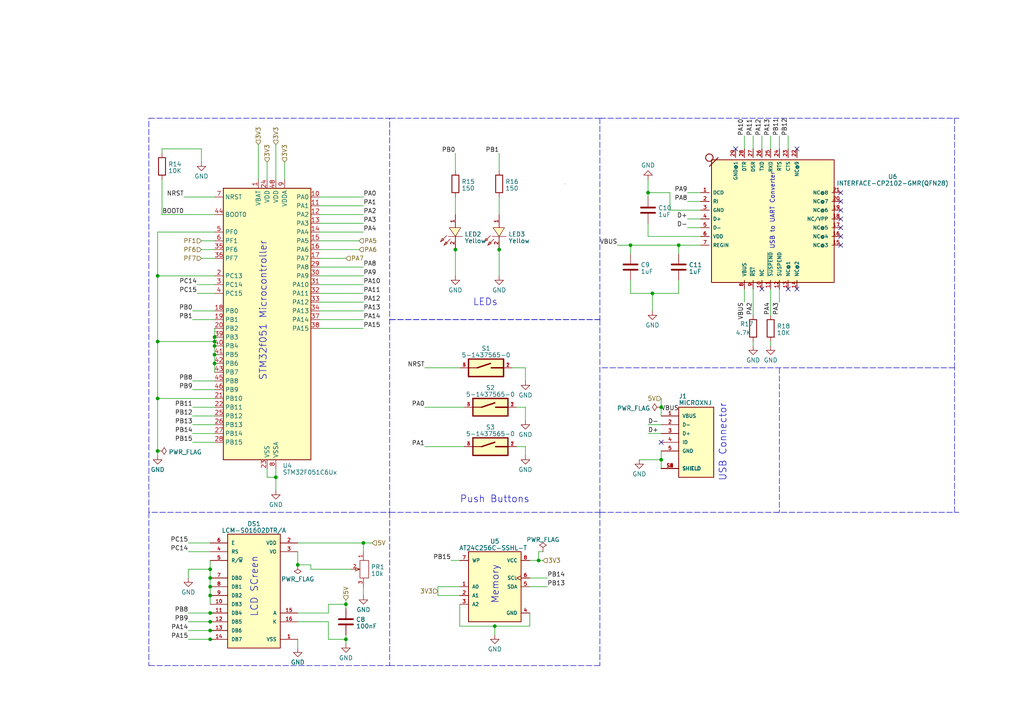
<source format=kicad_sch>
(kicad_sch (version 20230121) (generator eeschema)
  (paper "A4")
  (title_block (title "EEE3088F Microcontroller Subsystem ") (date "2023-03-18") (rev "V3") (company "University of Cape Town ") (comment 1 "Group 11") (comment 2 "Bulisani Ngwenya") (comment 3 "NGWBUL004"))
  (lib_symbols
    (symbol "17-21SUYC_TR8:17-21SUYC_TR8" (pin_names hide)
      (property "Reference" "LED" (at 0 1.27 0))
      (property "Value" "17-21SUYC_TR8" (at 0 -2.54 0))
      (symbol "17-21SUYC_TR8_0_1"
        (polyline (pts (xy -2.032 1.524) (xy -3.81 3.302)))
        (polyline (pts (xy -1.27 2.032) (xy -1.27 -2.032)))
        (polyline (pts (xy -1.016 2.54) (xy -2.794 4.318)))
        (polyline (pts (xy -3.81 3.302) (xy -2.794 2.794) (xy -3.302 2.286) (xy -3.81 3.302)) (fill (type background)))
        (polyline (pts (xy -2.794 4.318) (xy -1.778 3.81) (xy -2.286 3.302) (xy -2.794 4.318)) (fill (type background)))
        (polyline (pts (xy 1.27 -1.524) (xy -1.27 0) (xy 1.27 1.778) (xy 1.27 -1.524)) (fill (type background)))
        (pin unspecified line (at 5.08 0 180) (length 3.81) (name "+") (number "1"))
        (pin unspecified line (at -5.08 0 0) (length 3.81) (name "-") (number "2"))
      )
    )
    (symbol "3362X-1-103LF:3362X-1-103LF" (pin_names hide)
      (property "Reference" "PR" (at 0 1.27 0))
      (property "Value" "3362X-1-103LF" (at 0 -2.54 0))
      (symbol "3362X-1-103LF_0_1"
        (polyline (pts (xy -0.254 0) (xy -1.524 0)))
        (polyline (pts (xy 0.254 0) (xy -1.016 -0.508) (xy -1.016 0.508) (xy 0.254 0)) (fill (type background)))
        (polyline (pts (xy 0.254 -2.54) (xy 0.254 2.54) (xy 2.794 2.54) (xy 2.794 -2.54) (xy 0.254 -2.54)))
        (pin input line (at 1.27 5.08 270) (length 2.54) (name "1") (number "1"))
        (pin input line (at -2.54 0 0) (length 2.54) (name "2") (number "2"))
        (pin input line (at 1.27 -5.08 90) (length 2.54) (name "3") (number "3"))
      )
    )
    (symbol "5-1437565-0:5-1437565-0" (pin_names (offset 1.016))
      (property "Reference" "S" (at -5.0846 3.305 0))
      (property "Value" "5-1437565-0" (at -5.0815 -4.8275 0))
      (symbol "5-1437565-0_0_0"
        (rectangle (start -5.08 -2.54) (end 5.08 2.54) (stroke (width 0.4064)) (fill (type background)))
        (polyline (pts (xy -5.08 0) (xy -2.54 0)) (stroke (width 0.254)))
        (polyline (pts (xy -2.54 0) (xy 1.27 1.27)) (stroke (width 0.4064)))
        (polyline (pts (xy 1.524 0) (xy 5.08 0)) (stroke (width 0.4064)))
        (pin passive line (at 7.62 0 180) (length 2.54) (name "~") (number "1"))
        (pin passive line (at 7.62 0 180) (length 2.54) (name "~") (number "2"))
        (pin passive line (at -7.62 0 0) (length 2.54) (name "~") (number "3"))
        (pin passive line (at -7.62 0 0) (length 2.54) (name "~") (number "4"))
      )
    )
    (symbol "AT24C256C-SSHL-T:AT24C256C-SSHL-T" (pin_names (offset 1.016))
      (property "Reference" "U" (at -7.6427 10.1903 0))
      (property "Value" "AT24C256C-SSHL-T" (at -7.6309 -12.7181 0))
      (symbol "AT24C256C-SSHL-T_0_0"
        (rectangle (start -7.62 -10.16) (end 7.62 10.16) (stroke (width 0.254)) (fill (type background)))
        (pin input line (at -10.16 0 0) (length 2.54) (name "A0") (number "1"))
        (pin input line (at -10.16 -2.54 0) (length 2.54) (name "A1") (number "2"))
        (pin input line (at -10.16 -5.08 0) (length 2.54) (name "A2") (number "3"))
        (pin power_in line (at 10.16 -7.62 180) (length 2.54) (name "GND") (number "4"))
        (pin bidirectional line (at 10.16 0 180) (length 2.54) (name "SDA") (number "5"))
        (pin input clock (at 10.16 2.54 180) (length 2.54) (name "SCL") (number "6"))
        (pin input line (at -10.16 7.62 0) (length 2.54) (name "WP") (number "7"))
        (pin power_in line (at 10.16 7.62 180) (length 2.54) (name "VCC") (number "8"))
      )
    )
    (symbol "Device:C" (pin_numbers hide) (pin_names (offset 0.254))
      (property "Reference" "C" (at 0.635 2.54 0))
      (property "Value" "C" (at 0.635 -2.54 0))
      (symbol "C_0_1"
        (polyline (pts (xy -2.032 -0.762) (xy 2.032 -0.762)) (stroke (width 0.508)))
        (polyline (pts (xy -2.032 0.762) (xy 2.032 0.762)) (stroke (width 0.508)))
      )
      (symbol "C_1_1"
        (pin passive line (at 0 3.81 270) (length 2.794) (name "~") (number "1"))
        (pin passive line (at 0 -3.81 90) (length 2.794) (name "~") (number "2"))
      )
    )
    (symbol "Device:R" (pin_numbers hide) (pin_names (offset 0))
      (property "Reference" "R" (at 2.032 0 90))
      (property "Value" "R" (at 0 0 90))
      (symbol "R_0_1"
        (rectangle (start -1.016 -2.54) (end 1.016 2.54) (stroke (width 0.254)))
      )
      (symbol "R_1_1"
        (pin passive line (at 0 3.81 270) (length 1.27) (name "~") (number "1"))
        (pin passive line (at 0 -3.81 90) (length 1.27) (name "~") (number "2"))
      )
    )
    (symbol "INTERFACE-CP2102-GMR_QFN28_:INTERFACE-CP2102-GMR(QFN28)" (pin_names (offset 1.016))
      (property "Reference" "U" (at -17.8087 20.3528 0))
      (property "Value" "INTERFACE-CP2102-GMR(QFN28)" (at -17.7978 -17.7978 0))
      (symbol "INTERFACE-CP2102-GMR(QFN28)_0_0"
        (circle (center -17.78 17.78) (radius 1.0776) (stroke (width 0.254)))
        (rectangle (start -17.145 -18.415) (end 18.415 17.145) (stroke (width 0.254)) (fill (type background)))
        (polyline (pts (xy -17.78 15.24) (xy -15.24 17.78)) (stroke (width 0.254)))
        (pin bidirectional line (at -20.32 7.62 0) (length 2.54) (name "DCD") (number "1"))
        (pin bidirectional line (at -2.54 -20.32 90) (length 2.54) (name "NC") (number "10"))
        (pin bidirectional line (at 0 -20.32 90) (length 2.54) (name "~{SUSPEND}") (number "11"))
        (pin bidirectional line (at 2.54 -20.32 90) (length 2.54) (name "SUSPEND") (number "12"))
        (pin bidirectional line (at 5.08 -20.32 90) (length 2.54) (name "NC@1") (number "13"))
        (pin bidirectional line (at 7.62 -20.32 90) (length 2.54) (name "NC@2") (number "14"))
        (pin bidirectional line (at 20.32 -7.62 180) (length 2.54) (name "NC@3") (number "15"))
        (pin bidirectional line (at 20.32 -5.08 180) (length 2.54) (name "NC@4") (number "16"))
        (pin bidirectional line (at 20.32 -2.54 180) (length 2.54) (name "NC@5") (number "17"))
        (pin bidirectional line (at 20.32 0 180) (length 2.54) (name "NC/VPP") (number "18"))
        (pin bidirectional line (at 20.32 2.54 180) (length 2.54) (name "NC@6") (number "19"))
        (pin bidirectional line (at -20.32 5.08 0) (length 2.54) (name "RI") (number "2"))
        (pin bidirectional line (at 20.32 5.08 180) (length 2.54) (name "NC@7") (number "20"))
        (pin bidirectional line (at 20.32 7.62 180) (length 2.54) (name "NC@8") (number "21"))
        (pin bidirectional line (at 7.62 20.32 270) (length 2.54) (name "NC@9") (number "22"))
        (pin bidirectional line (at 5.08 20.32 270) (length 2.54) (name "CTS") (number "23"))
        (pin bidirectional line (at 2.54 20.32 270) (length 2.54) (name "RTS") (number "24"))
        (pin bidirectional line (at 0 20.32 270) (length 2.54) (name "RXD") (number "25"))
        (pin bidirectional line (at -2.54 20.32 270) (length 2.54) (name "TXD") (number "26"))
        (pin bidirectional line (at -5.08 20.32 270) (length 2.54) (name "DSR") (number "27"))
        (pin bidirectional line (at -7.62 20.32 270) (length 2.54) (name "DTR") (number "28"))
        (pin bidirectional line (at -10.16 20.32 270) (length 2.54) (name "GND@1") (number "29"))
        (pin bidirectional line (at -20.32 2.54 0) (length 2.54) (name "GND") (number "3"))
        (pin bidirectional line (at -20.32 0 0) (length 2.54) (name "D+") (number "4"))
        (pin bidirectional line (at -20.32 -2.54 0) (length 2.54) (name "D-") (number "5"))
        (pin bidirectional line (at -20.32 -5.08 0) (length 2.54) (name "VDD") (number "6"))
        (pin bidirectional line (at -20.32 -7.62 0) (length 2.54) (name "REGIN") (number "7"))
        (pin bidirectional line (at -7.62 -20.32 90) (length 2.54) (name "VBUS") (number "8"))
        (pin bidirectional line (at -5.08 -20.32 90) (length 2.54) (name "~{RST}") (number "9"))
      )
    )
    (symbol "LCM-S01602DTR_A:LCM-S01602DTR{slash}A" (pin_names (offset 1.016))
      (property "Reference" "DS" (at -9.9178 18.3098 0))
      (property "Value" "LCM-S01602DTR{slash}A" (at -9.9147 -17.2871 0))
      (symbol "LCM-S01602DTR{slash}A_0_0"
        (rectangle (start -10.16 -15.24) (end 5.08 17.78) (stroke (width 0.254)) (fill (type background)))
        (pin power_in line (at 10.16 -12.7 180) (length 5.08) (name "VSS") (number "1"))
        (pin bidirectional line (at -15.24 -2.54 0) (length 5.08) (name "DB3") (number "10"))
        (pin bidirectional line (at -15.24 -5.08 0) (length 5.08) (name "DB4") (number "11"))
        (pin bidirectional line (at -15.24 -7.62 0) (length 5.08) (name "DB5") (number "12"))
        (pin bidirectional line (at -15.24 -10.16 0) (length 5.08) (name "DB6") (number "13"))
        (pin bidirectional line (at -15.24 -12.7 0) (length 5.08) (name "DB7") (number "14"))
        (pin passive line (at 10.16 -5.08 180) (length 5.08) (name "A") (number "15"))
        (pin passive line (at 10.16 -7.62 180) (length 5.08) (name "K") (number "16"))
        (pin power_in line (at 10.16 15.24 180) (length 5.08) (name "VDD") (number "2"))
        (pin power_in line (at 10.16 12.7 180) (length 5.08) (name "VO") (number "3"))
        (pin input line (at -15.24 12.7 0) (length 5.08) (name "RS") (number "4"))
        (pin input line (at -15.24 10.16 0) (length 5.08) (name "R/~{W}") (number "5"))
        (pin input line (at -15.24 15.24 0) (length 5.08) (name "E") (number "6"))
        (pin bidirectional line (at -15.24 5.08 0) (length 5.08) (name "DB0") (number "7"))
        (pin bidirectional line (at -15.24 2.54 0) (length 5.08) (name "DB1") (number "8"))
        (pin bidirectional line (at -15.24 0 0) (length 5.08) (name "DB2") (number "9"))
      )
    )
    (symbol "MCU_ST_STM32F0:STM32F051C6Ux"
      (property "Reference" "U" (at -12.7 41.91 0))
      (property "Value" "STM32F051C6Ux" (at 7.62 41.91 0))
      (symbol "STM32F051C6Ux_0_1"
        (rectangle (start -12.7 -38.1) (end 12.7 40.64) (stroke (width 0.254)) (fill (type background)))
      )
      (symbol "STM32F051C6Ux_1_1"
        (pin power_in line (at -2.54 43.18 270) (length 2.54) (name "VBAT") (number "1"))
        (pin bidirectional line (at 15.24 38.1 180) (length 2.54) (name "PA0") (number "10"))
        (pin bidirectional line (at 15.24 35.56 180) (length 2.54) (name "PA1") (number "11"))
        (pin bidirectional line (at 15.24 33.02 180) (length 2.54) (name "PA2") (number "12"))
        (pin bidirectional line (at 15.24 30.48 180) (length 2.54) (name "PA3") (number "13"))
        (pin bidirectional line (at 15.24 27.94 180) (length 2.54) (name "PA4") (number "14"))
        (pin bidirectional line (at 15.24 25.4 180) (length 2.54) (name "PA5") (number "15"))
        (pin bidirectional line (at 15.24 22.86 180) (length 2.54) (name "PA6") (number "16"))
        (pin bidirectional line (at 15.24 20.32 180) (length 2.54) (name "PA7") (number "17"))
        (pin bidirectional line (at -15.24 5.08 0) (length 2.54) (name "PB0") (number "18"))
        (pin bidirectional line (at -15.24 2.54 0) (length 2.54) (name "PB1") (number "19"))
        (pin bidirectional line (at -15.24 15.24 0) (length 2.54) (name "PC13") (number "2"))
        (pin bidirectional line (at -15.24 0 0) (length 2.54) (name "PB2") (number "20"))
        (pin bidirectional line (at -15.24 -20.32 0) (length 2.54) (name "PB10") (number "21"))
        (pin bidirectional line (at -15.24 -22.86 0) (length 2.54) (name "PB11") (number "22"))
        (pin power_in line (at 0 -40.64 90) (length 2.54) (name "VSS") (number "23"))
        (pin power_in line (at 0 43.18 270) (length 2.54) (name "VDD") (number "24"))
        (pin bidirectional line (at -15.24 -25.4 0) (length 2.54) (name "PB12") (number "25"))
        (pin bidirectional line (at -15.24 -27.94 0) (length 2.54) (name "PB13") (number "26"))
        (pin bidirectional line (at -15.24 -30.48 0) (length 2.54) (name "PB14") (number "27"))
        (pin bidirectional line (at -15.24 -33.02 0) (length 2.54) (name "PB15") (number "28"))
        (pin bidirectional line (at 15.24 17.78 180) (length 2.54) (name "PA8") (number "29"))
        (pin bidirectional line (at -15.24 12.7 0) (length 2.54) (name "PC14") (number "3"))
        (pin bidirectional line (at 15.24 15.24 180) (length 2.54) (name "PA9") (number "30"))
        (pin bidirectional line (at 15.24 12.7 180) (length 2.54) (name "PA10") (number "31"))
        (pin bidirectional line (at 15.24 10.16 180) (length 2.54) (name "PA11") (number "32"))
        (pin bidirectional line (at 15.24 7.62 180) (length 2.54) (name "PA12") (number "33"))
        (pin bidirectional line (at 15.24 5.08 180) (length 2.54) (name "PA13") (number "34"))
        (pin bidirectional line (at -15.24 22.86 0) (length 2.54) (name "PF6") (number "35"))
        (pin bidirectional line (at -15.24 20.32 0) (length 2.54) (name "PF7") (number "36"))
        (pin bidirectional line (at 15.24 2.54 180) (length 2.54) (name "PA14") (number "37"))
        (pin bidirectional line (at 15.24 0 180) (length 2.54) (name "PA15") (number "38"))
        (pin bidirectional line (at -15.24 -2.54 0) (length 2.54) (name "PB3") (number "39"))
        (pin bidirectional line (at -15.24 10.16 0) (length 2.54) (name "PC15") (number "4"))
        (pin bidirectional line (at -15.24 -5.08 0) (length 2.54) (name "PB4") (number "40"))
        (pin bidirectional line (at -15.24 -7.62 0) (length 2.54) (name "PB5") (number "41"))
        (pin bidirectional line (at -15.24 -10.16 0) (length 2.54) (name "PB6") (number "42"))
        (pin bidirectional line (at -15.24 -12.7 0) (length 2.54) (name "PB7") (number "43"))
        (pin input line (at -15.24 33.02 0) (length 2.54) (name "BOOT0") (number "44"))
        (pin bidirectional line (at -15.24 -15.24 0) (length 2.54) (name "PB8") (number "45"))
        (pin bidirectional line (at -15.24 -17.78 0) (length 2.54) (name "PB9") (number "46"))
        (pin passive line (at 0 -40.64 90) (length 2.54) hide (name "VSS") (number "47"))
        (pin power_in line (at 2.54 43.18 270) (length 2.54) (name "VDD") (number "48"))
        (pin passive line (at 0 -40.64 90) (length 2.54) hide (name "VSS") (number "49"))
        (pin bidirectional line (at -15.24 27.94 0) (length 2.54) (name "PF0") (number "5"))
        (pin bidirectional line (at -15.24 25.4 0) (length 2.54) (name "PF1") (number "6"))
        (pin input line (at -15.24 38.1 0) (length 2.54) (name "NRST") (number "7"))
        (pin power_in line (at 2.54 -40.64 90) (length 2.54) (name "VSSA") (number "8"))
        (pin power_in line (at 5.08 43.18 270) (length 2.54) (name "VDDA") (number "9"))
      )
    )
    (symbol "MICROXNJ:MICROXNJ" (pin_names (offset 1.016))
      (property "Reference" "J" (at -5.0828 10.9278 0))
      (property "Value" "MICROXNJ" (at -5.0823 -10.9276 0))
      (symbol "MICROXNJ_0_0"
        (rectangle (start -5.08 -10.16) (end 5.08 10.16) (stroke (width 0.254)) (fill (type background)))
        (pin power_in line (at -10.16 7.62 0) (length 5.08) (name "VBUS") (number "1"))
        (pin bidirectional line (at -10.16 5.08 0) (length 5.08) (name "D-") (number "2"))
        (pin bidirectional line (at -10.16 2.54 0) (length 5.08) (name "D+") (number "3"))
        (pin bidirectional line (at -10.16 0 0) (length 5.08) (name "ID") (number "4"))
        (pin power_in line (at -10.16 -2.54 0) (length 5.08) (name "GND") (number "5"))
        (pin passive line (at -10.16 -7.62 0) (length 5.08) (name "SHIELD") (number "S1"))
        (pin passive line (at -10.16 -7.62 0) (length 5.08) (name "SHIELD") (number "S2"))
        (pin passive line (at -10.16 -7.62 0) (length 5.08) (name "SHIELD") (number "S3"))
        (pin passive line (at -10.16 -7.62 0) (length 5.08) (name "SHIELD") (number "S4"))
        (pin passive line (at -10.16 -7.62 0) (length 5.08) (name "SHIELD") (number "S5"))
        (pin passive line (at -10.16 -7.62 0) (length 5.08) (name "SHIELD") (number "S6"))
      )
    )
    (symbol "power:GND" (power) (pin_names (offset 0))
      (property "Value" "GND" (at 0 -3.81 0))
      (symbol "GND_0_1"
        (polyline (pts (xy 0 0) (xy 0 -1.27) (xy 1.27 -1.27) (xy 0 -2.54) (xy -1.27 -1.27) (xy 0 -1.27)))
      )
      (symbol "GND_1_1"
        (pin power_in line (at 0 0 270) (length 0) hide (name "GND") (number "1"))
      )
    )
    (symbol "power:PWR_FLAG" (power) (pin_numbers hide) (pin_names (offset 0) hide)
      (property "Value" "PWR_FLAG" (at 0 3.81 0))
      (symbol "PWR_FLAG_0_0"
        (pin power_out line (at 0 0 90) (length 0) (name "pwr") (number "1"))
      )
      (symbol "PWR_FLAG_0_1"
        (polyline (pts (xy 0 0) (xy 0 1.27) (xy -1.016 1.905) (xy 0 2.54) (xy 1.016 1.905) (xy 0 1.27)))
      )
    )
  )
  (junction (at 60.96 172.72))
  (junction (at 45.72 115.57))
  (junction (at 196.85 71.12))
  (junction (at 60.96 182.88))
  (junction (at 105.41 157.48))
  (junction (at 182.88 71.12))
  (junction (at 189.23 85.09))
  (junction (at 80.01 138.43))
  (junction (at 60.96 180.34))
  (junction (at 62.23 102.87))
  (junction (at 60.96 165.1))
  (junction (at 45.72 80.01))
  (junction (at 60.96 177.8))
  (junction (at 132.08 72.39))
  (junction (at 62.23 99.06))
  (junction (at 86.36 163.83))
  (junction (at 60.96 185.42))
  (junction (at 144.78 72.39))
  (junction (at 62.23 100.33))
  (junction (at 156.21 162.56))
  (junction (at 60.96 167.64))
  (junction (at 100.33 185.42))
  (junction (at 191.77 133.35))
  (junction (at 191.77 118.11))
  (junction (at 45.72 130.81))
  (junction (at 187.96 55.88))
  (junction (at 62.23 105.41))
  (junction (at 62.23 97.79))
  (junction (at 45.72 99.06))
  (junction (at 100.33 175.26))
  (junction (at 60.96 170.18))
  (junction (at 143.51 181.61))
  (no_connect (at 243.84 58.42))
  (no_connect (at 243.84 55.88))
  (no_connect (at 220.98 83.82))
  (no_connect (at 231.14 83.82))
  (no_connect (at 243.84 66.04))
  (no_connect (at 243.84 60.96))
  (no_connect (at 243.84 71.12))
  (no_connect (at 243.84 68.58))
  (no_connect (at 231.14 43.18))
  (no_connect (at 228.6 83.82))
  (no_connect (at 213.36 43.18))
  (no_connect (at 191.77 128.27))
  (no_connect (at 243.84 63.5))
  (wire (pts (xy 203.2 60.96) (xy 194.31 60.96)))
  (wire (pts (xy 62.23 185.42) (xy 60.96 185.42)))
  (wire (pts (xy 55.88 118.11) (xy 62.23 118.11)))
  (wire (pts (xy 92.71 74.93) (xy 100.33 74.93)))
  (wire (pts (xy 92.71 64.77) (xy 105.41 64.77)))
  (wire (pts (xy 199.39 66.04) (xy 203.2 66.04)))
  (wire (pts (xy 62.23 180.34) (xy 60.96 180.34)))
  (wire (pts (xy 60.96 162.56) (xy 60.96 165.1)))
  (wire (pts (xy 187.96 125.73) (xy 191.77 125.73)))
  (wire (pts (xy 60.96 172.72) (xy 60.96 175.26)))
  (wire (pts (xy 55.88 125.73) (xy 62.23 125.73)))
  (wire (pts (xy 92.71 67.31) (xy 105.41 67.31)))
  (wire (pts (xy 92.71 85.09) (xy 105.41 85.09)))
  (wire (pts (xy 86.36 185.42) (xy 86.36 187.96)))
  (wire (pts (xy 82.55 46.99) (xy 82.55 52.07)))
  (wire (pts (xy 199.39 63.5) (xy 203.2 63.5)))
  (wire (pts (xy 58.42 72.39) (xy 62.23 72.39)))
  (wire (pts (xy 157.48 160.02) (xy 156.21 160.02)))
  (wire (pts (xy 92.71 87.63) (xy 105.41 87.63)))
  (wire (pts (xy 60.96 170.18) (xy 60.96 172.72)))
  (wire (pts (xy 95.25 175.26) (xy 100.33 175.26)))
  (wire (pts (xy 92.71 77.47) (xy 105.41 77.47)))
  (wire (pts (xy 143.51 181.61) (xy 143.51 184.15)))
  (wire (pts (xy 77.47 135.89) (xy 77.47 138.43)))
  (wire (pts (xy 226.06 39.37) (xy 226.06 43.18)))
  (polyline (pts (xy 113.03 148.59) (xy 173.99 148.59)) (stroke (width 0) (type dash)))
  (wire (pts (xy 45.72 80.01) (xy 62.23 80.01)))
  (polyline (pts (xy 173.99 148.59) (xy 173.99 193.04)) (stroke (width 0) (type dash)))
  (wire (pts (xy 62.23 102.87) (xy 62.23 105.41)))
  (wire (pts (xy 92.71 62.23) (xy 105.41 62.23)))
  (polyline (pts (xy 113.03 92.71) (xy 173.99 92.71)) (stroke (width 0) (type dash)))
  (wire (pts (xy 152.4 129.54) (xy 152.4 132.08)))
  (wire (pts (xy 92.71 72.39) (xy 104.14 72.39)))
  (wire (pts (xy 58.42 43.18) (xy 58.42 46.99)))
  (wire (pts (xy 90.17 165.1) (xy 90.17 163.83)))
  (wire (pts (xy 187.96 68.58) (xy 203.2 68.58)))
  (wire (pts (xy 223.52 83.82) (xy 223.52 91.44)))
  (wire (pts (xy 130.81 162.56) (xy 133.35 162.56)))
  (wire (pts (xy 62.23 105.41) (xy 62.23 107.95)))
  (wire (pts (xy 182.88 81.28) (xy 182.88 85.09)))
  (wire (pts (xy 133.35 170.18) (xy 127 170.18)))
  (wire (pts (xy 60.96 182.88) (xy 54.61 182.88)))
  (wire (pts (xy 95.25 177.8) (xy 95.25 175.26)))
  (wire (pts (xy 62.23 97.79) (xy 62.23 99.06)))
  (wire (pts (xy 45.72 67.31) (xy 45.72 80.01)))
  (wire (pts (xy 92.71 57.15) (xy 105.41 57.15)))
  (wire (pts (xy 199.39 55.88) (xy 203.2 55.88)))
  (wire (pts (xy 60.96 177.8) (xy 54.61 177.8)))
  (polyline (pts (xy 226.06 106.68) (xy 226.06 148.59)) (stroke (width 0) (type dash)))
  (wire (pts (xy 189.23 85.09) (xy 196.85 85.09)))
  (wire (pts (xy 54.61 165.1) (xy 54.61 167.64)))
  (wire (pts (xy 74.93 41.91) (xy 74.93 52.07)))
  (wire (pts (xy 218.44 99.06) (xy 218.44 100.33)))
  (polyline (pts (xy 113.03 148.59) (xy 113.03 193.04)) (stroke (width 0) (type dash)))
  (wire (pts (xy 187.96 68.58) (xy 187.96 64.77)))
  (wire (pts (xy 182.88 71.12) (xy 182.88 73.66)))
  (wire (pts (xy 223.52 39.37) (xy 223.52 43.18)))
  (wire (pts (xy 132.08 72.39) (xy 132.08 80.01)))
  (wire (pts (xy 152.4 110.49) (xy 152.4 106.68)))
  (polyline (pts (xy 173.99 148.59) (xy 278.13 148.59)) (stroke (width 0) (type dash)))
  (wire (pts (xy 100.33 184.15) (xy 100.33 185.42)))
  (polyline (pts (xy 173.99 34.29) (xy 278.13 34.29)) (stroke (width 0) (type dash)))
  (wire (pts (xy 132.08 69.85) (xy 132.08 72.39)))
  (wire (pts (xy 95.25 180.34) (xy 95.25 185.42)))
  (wire (pts (xy 45.72 115.57) (xy 45.72 130.81)))
  (wire (pts (xy 144.78 72.39) (xy 144.78 80.01)))
  (wire (pts (xy 156.21 160.02) (xy 156.21 162.56)))
  (wire (pts (xy 179.07 71.12) (xy 182.88 71.12)))
  (wire (pts (xy 100.33 173.99) (xy 100.33 175.26)))
  (wire (pts (xy 187.96 55.88) (xy 187.96 57.15)))
  (wire (pts (xy 196.85 71.12) (xy 203.2 71.12)))
  (wire (pts (xy 127 170.18) (xy 127 172.72)))
  (wire (pts (xy 105.41 157.48) (xy 107.95 157.48)))
  (wire (pts (xy 46.99 62.23) (xy 62.23 62.23)))
  (wire (pts (xy 144.78 69.85) (xy 144.78 72.39)))
  (wire (pts (xy 92.71 92.71) (xy 105.41 92.71)))
  (wire (pts (xy 62.23 182.88) (xy 60.96 182.88)))
  (wire (pts (xy 228.6 39.37) (xy 228.6 43.18)))
  (wire (pts (xy 92.71 82.55) (xy 105.41 82.55)))
  (wire (pts (xy 132.08 44.45) (xy 132.08 49.53)))
  (wire (pts (xy 60.96 167.64) (xy 60.96 170.18)))
  (wire (pts (xy 133.35 181.61) (xy 133.35 175.26)))
  (wire (pts (xy 86.36 180.34) (xy 95.25 180.34)))
  (wire (pts (xy 123.19 106.68) (xy 133.35 106.68)))
  (wire (pts (xy 100.33 175.26) (xy 100.33 176.53)))
  (wire (pts (xy 189.23 85.09) (xy 189.23 90.17)))
  (wire (pts (xy 60.96 165.1) (xy 60.96 167.64)))
  (wire (pts (xy 191.77 118.11) (xy 191.77 120.65)))
  (wire (pts (xy 45.72 115.57) (xy 62.23 115.57)))
  (wire (pts (xy 55.88 123.19) (xy 62.23 123.19)))
  (wire (pts (xy 153.67 177.8) (xy 153.67 181.61)))
  (wire (pts (xy 46.99 43.18) (xy 58.42 43.18)))
  (wire (pts (xy 55.88 120.65) (xy 62.23 120.65)))
  (polyline (pts (xy 226.06 148.59) (xy 224.79 148.59)))
  (wire (pts (xy 54.61 157.48) (xy 60.96 157.48)))
  (wire (pts (xy 86.36 160.02) (xy 86.36 163.83)))
  (wire (pts (xy 153.67 181.61) (xy 143.51 181.61)))
  (wire (pts (xy 105.41 157.48) (xy 105.41 160.02)))
  (wire (pts (xy 223.52 99.06) (xy 223.52 100.33)))
  (wire (pts (xy 92.71 80.01) (xy 105.41 80.01)))
  (wire (pts (xy 105.41 170.18) (xy 105.41 172.72)))
  (wire (pts (xy 92.71 59.69) (xy 105.41 59.69)))
  (wire (pts (xy 55.88 90.17) (xy 62.23 90.17)))
  (polyline (pts (xy 43.18 148.59) (xy 43.18 193.04)) (stroke (width 0) (type dash)))
  (wire (pts (xy 77.47 46.99) (xy 77.47 52.07)))
  (polyline (pts (xy 173.99 34.29) (xy 173.99 92.71)) (stroke (width 0) (type dash)))
  (wire (pts (xy 77.47 138.43) (xy 80.01 138.43)))
  (wire (pts (xy 144.78 57.15) (xy 144.78 62.23)))
  (wire (pts (xy 45.72 99.06) (xy 62.23 99.06)))
  (wire (pts (xy 218.44 39.37) (xy 218.44 43.18)))
  (wire (pts (xy 80.01 41.91) (xy 80.01 52.07)))
  (polyline (pts (xy 276.86 34.29) (xy 276.86 106.68)) (stroke (width 0) (type dash)))
  (wire (pts (xy 60.96 185.42) (xy 54.61 185.42)))
  (wire (pts (xy 143.51 181.61) (xy 133.35 181.61)))
  (wire (pts (xy 80.01 138.43) (xy 80.01 142.24)))
  (polyline (pts (xy 276.86 106.68) (xy 173.99 106.68)) (stroke (width 0) (type dash)))
  (wire (pts (xy 45.72 67.31) (xy 62.23 67.31)))
  (wire (pts (xy 54.61 160.02) (xy 60.96 160.02)))
  (wire (pts (xy 62.23 128.27) (xy 55.88 128.27)))
  (wire (pts (xy 182.88 85.09) (xy 189.23 85.09)))
  (wire (pts (xy 80.01 135.89) (xy 80.01 138.43)))
  (wire (pts (xy 62.23 99.06) (xy 62.23 100.33)))
  (wire (pts (xy 191.77 115.57) (xy 191.77 118.11)))
  (wire (pts (xy 182.88 71.12) (xy 196.85 71.12)))
  (wire (pts (xy 149.86 118.11) (xy 152.4 118.11)))
  (wire (pts (xy 194.31 55.88) (xy 187.96 55.88)))
  (wire (pts (xy 54.61 180.34) (xy 60.96 180.34)))
  (wire (pts (xy 199.39 58.42) (xy 203.2 58.42)))
  (polyline (pts (xy 276.86 148.59) (xy 276.86 106.68)) (stroke (width 0) (type dash)))
  (wire (pts (xy 53.34 57.15) (xy 62.23 57.15)))
  (wire (pts (xy 62.23 100.33) (xy 62.23 102.87)))
  (wire (pts (xy 226.06 83.82) (xy 226.06 87.63)))
  (polyline (pts (xy 113.03 34.29) (xy 173.99 34.29)) (stroke (width 0) (type dash)))
  (wire (pts (xy 149.86 129.54) (xy 152.4 129.54)))
  (wire (pts (xy 215.9 87.63) (xy 215.9 83.82)))
  (wire (pts (xy 62.23 177.8) (xy 60.96 177.8)))
  (wire (pts (xy 57.15 85.09) (xy 62.23 85.09)))
  (wire (pts (xy 54.61 165.1) (xy 60.96 165.1)))
  (wire (pts (xy 45.72 99.06) (xy 45.72 115.57)))
  (wire (pts (xy 196.85 85.09) (xy 196.85 81.28)))
  (wire (pts (xy 144.78 44.45) (xy 144.78 49.53)))
  (polyline (pts (xy 113.03 92.71) (xy 173.99 92.71)) (stroke (width 0) (type dash)))
  (wire (pts (xy 220.98 39.37) (xy 220.98 43.18)))
  (wire (pts (xy 185.42 133.35) (xy 191.77 133.35)))
  (wire (pts (xy 187.96 123.19) (xy 191.77 123.19)))
  (wire (pts (xy 62.23 95.25) (xy 62.23 97.79)))
  (wire (pts (xy 46.99 44.45) (xy 46.99 43.18)))
  (wire (pts (xy 46.99 52.07) (xy 46.99 62.23)))
  (wire (pts (xy 194.31 60.96) (xy 194.31 55.88)))
  (wire (pts (xy 62.23 92.71) (xy 55.88 92.71)))
  (wire (pts (xy 148.59 106.68) (xy 152.4 106.68)))
  (wire (pts (xy 95.25 185.42) (xy 100.33 185.42)))
  (wire (pts (xy 92.71 95.25) (xy 105.41 95.25)))
  (wire (pts (xy 45.72 99.06) (xy 45.72 80.01)))
  (wire (pts (xy 86.36 163.83) (xy 90.17 163.83)))
  (wire (pts (xy 191.77 133.35) (xy 191.77 135.89)))
  (wire (pts (xy 86.36 157.48) (xy 105.41 157.48)))
  (wire (pts (xy 45.72 130.81) (xy 45.72 132.08)))
  (wire (pts (xy 100.33 185.42) (xy 100.33 186.69)))
  (polyline (pts (xy 173.99 92.71) (xy 173.99 148.59)) (stroke (width 0) (type dash)))
  (wire (pts (xy 215.9 39.37) (xy 215.9 43.18)))
  (wire (pts (xy 58.42 69.85) (xy 62.23 69.85)))
  (wire (pts (xy 58.42 74.93) (xy 62.23 74.93)))
  (wire (pts (xy 101.6 165.1) (xy 90.17 165.1)))
  (wire (pts (xy 123.19 118.11) (xy 134.62 118.11)))
  (wire (pts (xy 55.88 113.03) (xy 62.23 113.03)))
  (wire (pts (xy 191.77 130.81) (xy 191.77 133.35)))
  (wire (pts (xy 218.44 83.82) (xy 218.44 91.44)))
  (wire (pts (xy 152.4 118.11) (xy 152.4 121.92)))
  (polyline (pts (xy 43.18 193.04) (xy 113.03 193.04)) (stroke (width 0) (type dash)))
  (wire (pts (xy 153.67 162.56) (xy 156.21 162.56)))
  (wire (pts (xy 132.08 57.15) (xy 132.08 62.23)))
  (polyline (pts (xy 173.99 193.04) (xy 113.03 193.04)) (stroke (width 0) (type dash)))
  (wire (pts (xy 153.67 170.18) (xy 158.75 170.18)))
  (wire (pts (xy 156.21 162.56) (xy 157.48 162.56)))
  (wire (pts (xy 123.19 129.54) (xy 134.62 129.54)))
  (wire (pts (xy 92.71 90.17) (xy 105.41 90.17)))
  (wire (pts (xy 86.36 177.8) (xy 95.25 177.8)))
  (wire (pts (xy 133.35 172.72) (xy 127 172.72)))
  (wire (pts (xy 196.85 71.12) (xy 196.85 73.66)))
  (wire (pts (xy 153.67 167.64) (xy 158.75 167.64)))
  (wire (pts (xy 92.71 69.85) (xy 104.14 69.85)))
  (wire (pts (xy 55.88 110.49) (xy 62.23 110.49)))
  (wire (pts (xy 57.15 82.55) (xy 62.23 82.55)))
  (wire (pts (xy 187.96 52.07) (xy 187.96 55.88)))
  (rectangle (start 163.83 53.34) (end 163.83 53.34))
  (rectangle (start 113.03 148.59) (end 113.03 148.59))
  (rectangle (start 43.18 34.29) (end 113.03 148.59) (stroke (width 0) (type dash)))
  (text "Memory" (at 144.78 175.26 90) (effects (font (size 2 2)) (justify left bottom)))
  (text "Push Buttons " (at 133.35 146.05 0) (effects (font (size 2 2)) (justify left bottom)))
  (text "LEDs" (at 137.16 88.9 0) (effects (font (size 2 2)) (justify left bottom)))
  (text "STM32f051 Microcontroller " (at 77.47 110.49 90) (effects (font (size 2 2)) (justify left bottom)))
  (text "USB to UART Converter \n" (at 224.79 72.39 90) (effects (font (size 1.27 1.27)) (justify left bottom)))
  (text "LCD SCreen" (at 74.93 179.07 90) (effects (font (size 2 2)) (justify left bottom)))
  (text "USB Connector\n" (at 210.82 139.7 90) (effects (font (size 2 2)) (justify left bottom)))
  (label "PA10" (at 215.9 39.37 90))
  (label "PC14" (at 54.61 160.02 180))
  (label "PB1" (at 144.78 44.45 180))
  (label "PA2" (at 218.44 87.63 270))
  (label "PA3" (at 105.41 64.77 0))
  (label "PB14" (at 55.88 125.73 180))
  (label "PA3" (at 226.06 87.63 270))
  (label "PB13" (at 55.88 123.19 180))
  (label "PA1" (at 123.19 129.54 180))
  (label "D-" (at 199.39 66.04 180))
  (label "D-" (at 187.96 123.19 0))
  (label "PA2" (at 105.41 62.23 0))
  (label "PA11" (at 105.41 85.09 0))
  (label "PA9" (at 105.41 80.01 0))
  (label "PA0" (at 123.19 118.11 180))
  (label "PB14" (at 158.75 167.64 0))
  (label "PB11" (at 55.88 118.11 180))
  (label "PB9" (at 54.61 180.34 180))
  (label "PB0" (at 55.88 90.17 180))
  (label "PB0" (at 132.08 44.45 180))
  (label "PA4" (at 223.52 87.63 270))
  (label "PB11" (at 226.06 39.37 90))
  (label "PB8" (at 55.88 110.49 180))
  (label "PC15" (at 54.61 157.48 180))
  (label "PA4" (at 105.41 67.31 0))
  (label "BOOT0" (at 53.34 62.23 180))
  (label "PA14" (at 54.61 182.88 180))
  (label "PA1" (at 105.41 59.69 0))
  (label "PB1" (at 55.88 92.71 180))
  (label "PC14" (at 57.15 82.55 180))
  (label "PA0" (at 105.41 57.15 0))
  (label "PB12" (at 228.6 39.37 90))
  (label "PA8" (at 105.41 77.47 0))
  (label "PA13" (at 223.52 39.37 90))
  (label "PA12" (at 105.41 87.63 0))
  (label "VBUS" (at 191.77 119.38 0))
  (label "PA11" (at 218.44 39.37 90))
  (label "PA15" (at 105.41 95.25 0))
  (label "PA13" (at 105.41 90.17 0))
  (label "PA8" (at 199.39 58.42 180))
  (label "PC15" (at 57.15 85.09 180))
  (label "VBUS" (at 215.9 87.63 270))
  (label "PB8" (at 54.61 177.8 180))
  (label "PB13" (at 158.75 170.18 0))
  (label "PB15" (at 55.88 128.27 180))
  (label "PA10" (at 105.41 82.55 0))
  (label "PA14" (at 105.41 92.71 0))
  (label "NRST" (at 123.19 106.68 180))
  (label "PB9" (at 55.88 113.03 180))
  (label "VBUS" (at 179.07 71.12 180))
  (label "D+" (at 199.39 63.5 180))
  (label "PA9" (at 199.39 55.88 180))
  (label "D+" (at 187.96 125.73 0))
  (label "PA15" (at 54.61 185.42 180))
  (label "PA12" (at 220.98 39.37 90))
  (label "NRST" (at 53.34 57.15 180))
  (label "PB12" (at 55.88 120.65 180))
  (label "PB15" (at 130.81 162.56 180))
  (hierarchical_label "3V3" (shape input) (at 80.01 41.91 90))
  (hierarchical_label "PF7" (shape input) (at 58.42 74.93 180))
  (hierarchical_label "PA7" (shape input) (at 100.33 74.93 0))
  (hierarchical_label "5V" (shape input) (at 191.77 115.57 180))
  (hierarchical_label "3V3" (shape input) (at 77.47 46.99 90))
  (hierarchical_label "5V" (shape input) (at 100.33 173.99 90))
  (hierarchical_label "3V3" (shape input) (at 74.93 41.91 90))
  (hierarchical_label "3V3" (shape input) (at 157.48 162.56 0))
  (hierarchical_label "5V" (shape input) (at 107.95 157.48 0))
  (hierarchical_label "PA6" (shape input) (at 104.14 72.39 0))
  (hierarchical_label "PF1" (shape input) (at 58.42 69.85 180))
  (hierarchical_label "3V3" (shape input) (at 127 171.45 180))
  (hierarchical_label "PF6" (shape input) (at 58.42 72.39 180))
  (hierarchical_label "3V3" (shape input) (at 82.55 46.99 90))
  (hierarchical_label "PA5" (shape input) (at 104.14 69.85 0))
  (symbol (lib_id "power:GND") (at 218.44 100.33 0) (unit 1)
    (property "Reference" "#PWR019" (effects hide))
    (property "Value" "GND" (at 218.44 104.4655 0))
  )
  (symbol (lib_id "17-21SUYC_TR8:17-21SUYC_TR8") (at 144.78 67.31 90) (unit 1)
    (property "Reference" "LED3" (at 147.447 67.9363 90) (effects (justify right)))
    (property "Value" "Yellow" (at 147.447 69.8573 90) (effects (justify right)))
    (property "Footprint" "17-21SUYC_TR8:LED0805-R-RD" (effects hide))
    (property "Datasheet" "https://item.szlcsc.com/88042.html" (effects hide))
    (property "LCSC" "C2296" (effects hide))
  )
  (symbol (lib_id "5-1437565-0:5-1437565-0") (at 140.97 106.68 0) (unit 1)
    (property "Reference" "S1" (at 140.97 101.0539 0))
    (property "Value" "5-1437565-0" (at 140.97 102.9749 0))
    (property "Footprint" "5-1437565-0:SW_5-1437565-0" (effects hide))
    (property "Comment" "5-1437565-0" (effects hide))
  )
  (symbol (lib_id "3362X-1-103LF:3362X-1-103LF") (at 104.14 165.1 0) (unit 1)
    (property "Reference" "PR1" (at 107.569 164.4563 0) (effects (justify left)))
    (property "Value" "10k" (at 107.569 166.3773 0) (effects (justify left)))
    (property "Footprint" "Sensor Additional footprints:RES-ADJ-TH_3362X" (effects hide))
    (property "Datasheet" "https://item.szlcsc.com/125134.html" (effects hide))
    (property "LCSC" "C123858" (effects hide))
    (property "Resistance" "10kΩ" (effects hide))
    (instances (project "Assignment 3" (path "" (reference "PR1") (unit 1)) (path "" (reference "PR2") (unit 1))))
  )
  (symbol (lib_id "AT24C256C-SSHL-T:AT24C256C-SSHL-T") (at 143.51 170.18 0) (unit 1)
    (property "Reference" "U5" (at 143.51 157.0101 0))
    (property "Value" "AT24C256C-SSHL-T " (at 143.51 158.9311 0))
    (property "Footprint" "AT24C256C-SSHL-T (1):SOIC127P600X175-8N" (effects hide))
    (property "MANUFACTURER" "Atmel" (effects hide))
  )
  (symbol (lib_id "power:GND") (at 223.52 100.33 0) (unit 1)
    (property "Reference" "#PWR020" (effects hide))
    (property "Value" "GND" (at 223.52 104.4655 0))
  )
  (symbol (lib_id "Device:C") (at 196.85 77.47 0) (unit 1)
    (property "Reference" "C11" (at 199.771 76.8263 0) (effects (justify left)))
    (property "Value" "1uF" (at 199.771 78.7473 0) (effects (justify left)))
    (property "Footprint" "Capacitor_SMD:C_0805_2012Metric" (effects hide))
  )
  (symbol (lib_id "Device:R") (at 223.52 95.25 0) (unit 1)
    (property "Reference" "R18" (at 225.298 94.6063 0) (effects (justify left)))
    (property "Value" "10K" (at 225.298 96.5273 0) (effects (justify left)))
    (property "Footprint" "Resistor_SMD:R_0805_2012Metric" (effects hide))
  )
  (symbol (lib_id "power:GND") (at 152.4 110.49 0) (unit 1)
    (property "Reference" "#PWR013" (effects hide))
    (property "Value" "GND" (at 152.4 114.6255 0))
  )
  (symbol (lib_id "power:GND") (at 100.33 186.69 0) (unit 1)
    (property "Reference" "#PWR09" (effects hide))
    (property "Value" "GND" (at 100.33 190.8255 0))
  )
  (symbol (lib_id "power:PWR_FLAG") (at 86.36 163.83 180) (unit 1)
    (property "Reference" "#FLG?" (effects hide))
    (property "Value" "PWR_FLAG" (at 86.36 167.9655 0))
    (instances (project "Assignment 3" (path "" (reference "#FLG?") (unit 1)) (path "" (reference "#FLG016") (unit 1))))
  )
  (symbol (lib_id "Device:R") (at 144.78 53.34 0) (unit 1)
    (property "Reference" "R16" (at 146.558 52.6963 0) (effects (justify left)))
    (property "Value" "150" (at 146.558 54.6173 0) (effects (justify left)))
    (property "Footprint" "Resistor_SMD:R_0805_2012Metric" (effects hide))
  )
  (symbol (lib_id "Device:R") (at 218.44 95.25 0) (unit 1)
    (property "Reference" "R17" (at 214.63 93.98 0) (effects (justify left)))
    (property "Value" "4.7K" (at 213.36 96.52 0) (effects (justify left)))
    (property "Footprint" "Resistor_SMD:R_0805_2012Metric" (effects hide))
  )
  (symbol (lib_id "INTERFACE-CP2102-GMR_QFN28_:INTERFACE-CP2102-GMR(QFN28)") (at 223.52 63.5 0) (unit 1)
    (property "Reference" "U6" (at 258.9156 51.2443 0))
    (property "Value" "INTERFACE-CP2102-GMR(QFN28)" (at 258.9156 53.1653 0))
    (property "Footprint" "CP2102-GMR_QFN28_:QFN28G_0.5-5X5MM" (effects hide))
    (property "MPN" "CP2102-GMR" (effects hide))
  )
  (symbol (lib_id "Device:C") (at 100.33 180.34 0) (unit 1)
    (property "Reference" "C8" (at 103.251 179.6963 0) (effects (justify left)))
    (property "Value" "100nF" (at 103.251 181.6173 0) (effects (justify left)))
    (property "Footprint" "Capacitor_SMD:C_0603_1608Metric" (effects hide))
  )
  (symbol (lib_id "power:GND") (at 45.72 132.08 0) (unit 1)
    (property "Reference" "#PWR03" (effects hide))
    (property "Value" "GND" (at 45.72 136.2155 0))
  )
  (symbol (lib_id "power:GND") (at 58.42 46.99 0) (unit 1)
    (property "Reference" "#PWR05" (effects hide))
    (property "Value" "GND" (at 58.42 51.1255 0))
  )
  (symbol (lib_id "5-1437565-0:5-1437565-0") (at 142.24 118.11 0) (unit 1)
    (property "Reference" "S2" (at 142.24 112.4839 0))
    (property "Value" "5-1437565-0" (at 142.24 114.4049 0))
    (property "Footprint" "SW_5-1437565-0" (effects hide))
    (property "Comment" "5-1437565-0" (effects hide))
  )
  (symbol (lib_id "power:GND") (at 185.42 133.35 0) (unit 1)
    (property "Reference" "#PWR016" (effects hide))
    (property "Value" "GND" (at 185.42 137.4855 0))
  )
  (symbol (lib_id "power:PWR_FLAG") (at 45.72 130.81 270) (unit 1)
    (property "Reference" "#FLG015" (effects hide))
    (property "Value" "PWR_FLAG" (at 48.895 131.1268 90) (effects (justify left)))
  )
  (symbol (lib_id "power:GND") (at 152.4 132.08 0) (unit 1)
    (property "Reference" "#PWR015" (effects hide))
    (property "Value" "GND" (at 152.4 136.2155 0))
  )
  (symbol (lib_id "power:GND") (at 144.78 80.01 0) (unit 1)
    (property "Reference" "#PWR012" (effects hide))
    (property "Value" "GND" (at 144.78 84.1455 0))
  )
  (symbol (lib_id "power:GND") (at 189.23 90.17 0) (unit 1)
    (property "Reference" "#PWR018" (effects hide))
    (property "Value" "GND" (at 189.23 94.3055 0))
  )
  (symbol (lib_id "Device:R") (at 132.08 53.34 0) (unit 1)
    (property "Reference" "R15" (at 133.858 52.6963 0) (effects (justify left)))
    (property "Value" "150" (at 133.858 54.6173 0) (effects (justify left)))
    (property "Footprint" "Resistor_SMD:R_0805_2012Metric" (effects hide))
  )
  (symbol (lib_id "power:GND") (at 80.01 142.24 0) (unit 1)
    (property "Reference" "#PWR06" (effects hide))
    (property "Value" "GND" (at 80.01 146.3755 0))
  )
  (symbol (lib_id "power:GND") (at 152.4 121.92 0) (unit 1)
    (property "Reference" "#PWR014" (effects hide))
    (property "Value" "GND" (at 152.4 126.0555 0))
  )
  (symbol (lib_id "5-1437565-0:5-1437565-0") (at 142.24 129.54 0) (unit 1)
    (property "Reference" "S3" (at 142.24 123.9139 0))
    (property "Value" "5-1437565-0" (at 142.24 125.8349 0))
    (property "Footprint" "SW_5-1437565-0" (effects hide))
    (property "Comment" "5-1437565-0" (effects hide))
  )
  (symbol (lib_id "Device:C") (at 187.96 60.96 0) (unit 1)
    (property "Reference" "C10" (at 190.881 60.3163 0) (effects (justify left)))
    (property "Value" "1uF" (at 190.881 62.2373 0) (effects (justify left)))
    (property "Footprint" "Capacitor_SMD:C_0805_2012Metric" (effects hide))
  )
  (symbol (lib_id "power:GND") (at 143.51 184.15 0) (unit 1)
    (property "Reference" "#PWR011" (effects hide))
    (property "Value" "GND" (at 143.51 188.2855 0))
  )
  (symbol (lib_id "MICROXNJ:MICROXNJ") (at 201.93 128.27 0) (unit 1)
    (property "Reference" "J1" (at 196.85 114.919 0) (effects (justify left)))
    (property "Value" "MICROXNJ" (at 196.85 116.84 0) (effects (justify left)))
    (property "Footprint" "MICROXNJ:SHOUHAN_MICROXNJ" (effects hide))
    (property "MAXIMUM_PACKAGE_HEIGHT" "3mm" (effects hide))
    (property "MANUFACTURER" "SHOUHAN" (effects hide))
    (property "PARTREV" "A" (effects hide))
    (property "STANDARD" "Manufacturer Recommendations" (effects hide))
  )
  (symbol (lib_id "power:GND") (at 187.96 52.07 180) (unit 1)
    (property "Reference" "#PWR017" (effects hide))
    (property "Value" "GND" (at 187.96 47.9345 0))
  )
  (symbol (lib_id "power:GND") (at 54.61 167.64 0) (unit 1)
    (property "Reference" "#PWR04" (effects hide))
    (property "Value" "GND" (at 54.61 171.7755 0))
  )
  (symbol (lib_id "Device:R") (at 46.99 48.26 0) (unit 1)
    (property "Reference" "R14" (at 48.768 47.6163 0) (effects (justify left)))
    (property "Value" "10K" (at 48.768 49.5373 0) (effects (justify left)))
    (property "Footprint" "Resistor_SMD:R_0805_2012Metric" (effects hide))
  )
  (symbol (lib_id "power:GND") (at 105.41 172.72 0) (unit 1)
    (property "Reference" "#PWR08" (effects hide))
    (property "Value" "GND" (at 105.41 176.8555 0))
  )
  (symbol (lib_id "LCM-S01602DTR_A:LCM-S01602DTR{slash}A") (at 76.2 172.72 0) (unit 1)
    (property "Reference" "DS1" (at 73.66 151.9301 0))
    (property "Value" "LCM-S01602DTR/A" (at 73.66 153.8511 0))
    (property "Footprint" "LCM-S01602DTR_A:LCD_LCM-S01602DTR_A" (effects hide))
    (property "MANUFACTURER" "Lumex" (effects hide))
  )
  (symbol (lib_id "power:PWR_FLAG") (at 157.48 160.02 0) (unit 1)
    (property "Reference" "#FLG?" (effects hide))
    (property "Value" "PWR_FLAG" (at 157.48 156.5181 0))
    (instances (project "Assignment 3" (path "" (reference "#FLG?") (unit 1)) (path "" (reference "#FLG017") (unit 1))))
  )
  (symbol (lib_id "power:GND") (at 132.08 80.01 0) (unit 1)
    (property "Reference" "#PWR010" (effects hide))
    (property "Value" "GND" (at 132.08 84.1455 0))
  )
  (symbol (lib_id "Device:C") (at 182.88 77.47 0) (unit 1)
    (property "Reference" "C9" (at 185.801 76.8263 0) (effects (justify left)))
    (property "Value" "1uF" (at 185.801 78.7473 0) (effects (justify left)))
    (property "Footprint" "Capacitor_SMD:C_0805_2012Metric" (effects hide))
  )
  (symbol (lib_id "power:GND") (at 86.36 187.96 0) (unit 1)
    (property "Reference" "#PWR07" (effects hide))
    (property "Value" "GND" (at 86.36 192.0955 0))
  )
  (symbol (lib_id "power:PWR_FLAG") (at 191.77 118.11 90) (unit 1)
    (property "Reference" "#FLG?" (effects hide))
    (property "Value" "PWR_FLAG" (at 188.5951 118.4268 90) (effects (justify left)))
    (instances (project "Assignment 3" (path "" (reference "#FLG?") (unit 1)) (path "" (reference "#FLG018") (unit 1))))
  )
  (symbol (lib_id "17-21SUYC_TR8:17-21SUYC_TR8") (at 132.08 67.31 90) (unit 1)
    (property "Reference" "LED2" (at 134.747 67.9363 90) (effects (justify right)))
    (property "Value" "Yellow" (at 134.747 69.8573 90) (effects (justify right)))
    (property "Footprint" "17-21SUYC_TR8:LED0805-R-RD" (effects hide))
    (property "Datasheet" "https://item.szlcsc.com/88042.html" (effects hide))
    (property "LCSC" "C2296" (effects hide))
  )
  (symbol (lib_id "MCU_ST_STM32F0:STM32F051C6Ux") (at 77.47 95.25 0) (unit 1)
    (property "Reference" "U4" (at 81.9659 135.0725 0) (effects (justify left)))
    (property "Value" "STM32F051C6Ux" (at 81.9659 136.9935 0) (effects (justify left)))
    (property "Footprint" "UCT_STM:STM32F051C6T6" (effects hide))
    (property "Datasheet" "https://www.st.com/resource/en/datasheet/stm32f051c6.pdf" (effects hide))
  )
)
</source>
